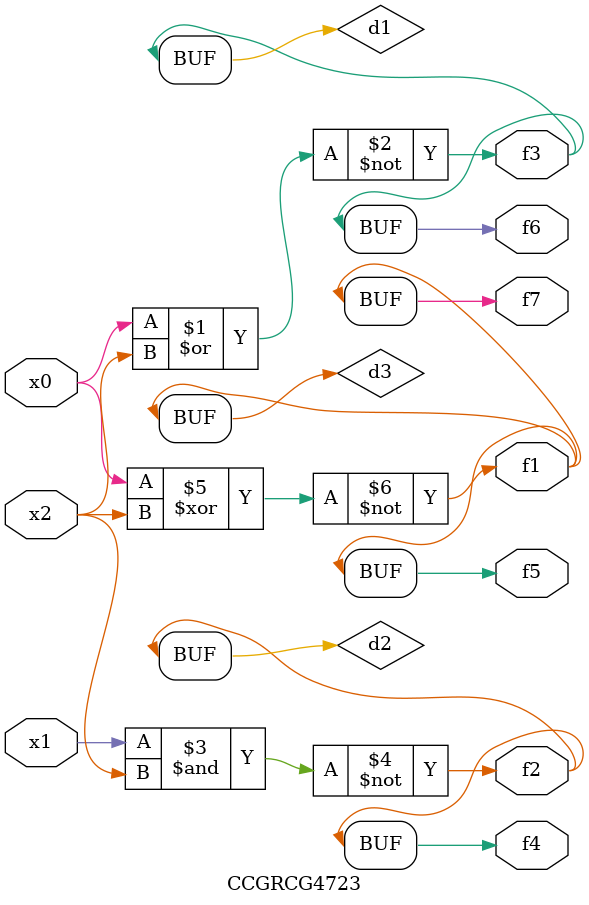
<source format=v>
module CCGRCG4723(
	input x0, x1, x2,
	output f1, f2, f3, f4, f5, f6, f7
);

	wire d1, d2, d3;

	nor (d1, x0, x2);
	nand (d2, x1, x2);
	xnor (d3, x0, x2);
	assign f1 = d3;
	assign f2 = d2;
	assign f3 = d1;
	assign f4 = d2;
	assign f5 = d3;
	assign f6 = d1;
	assign f7 = d3;
endmodule

</source>
